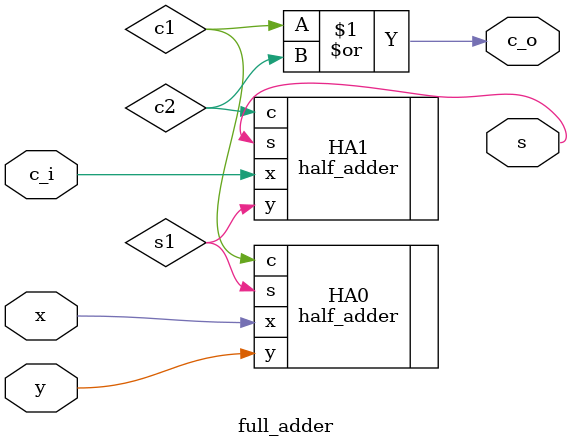
<source format=v>
module full_adder(
    input x, y, c_i,
    output s, c_o
);
    wire s1, c1, c2;
    half_adder HA0(
        .x(x),
        .y(y),
        .s(s1),
        .c(c1)
    );
    half_adder HA1(
        .x(c_i),
        .y(s1),
        .s(s),
        .c(c2)
    );
    assign c_o = c1|c2;
endmodule

</source>
